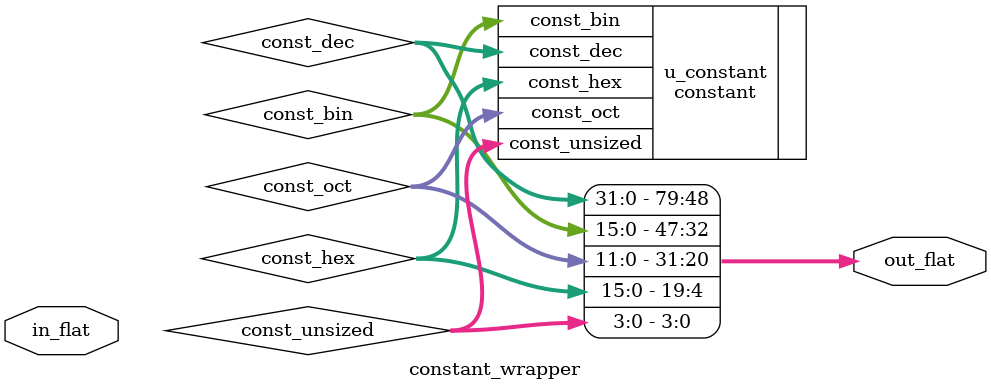
<source format=sv>
module constant_wrapper (
    input  wire [-1:0] in_flat,
    output wire [79:0] out_flat
);

  // Slice `in_flat` into original inputs

  // Wires to capture original module outputs
  wire [31:0] const_dec;
  wire [15:0] const_bin;
  wire [11:0] const_oct;
  wire [15:0] const_hex;
  wire [3:0] const_unsized;

  // Instantiate the original module
  constant u_constant (
    .const_dec(const_dec),
    .const_bin(const_bin),
    .const_oct(const_oct),
    .const_hex(const_hex),
    .const_unsized(const_unsized)
  );

  // Pack original outputs into `out_flat`
  assign out_flat[79:48] = const_dec;
  assign out_flat[47:32] = const_bin;
  assign out_flat[31:20] = const_oct;
  assign out_flat[19:4] = const_hex;
  assign out_flat[3:0] = const_unsized;

endmodule  // constant_wrapper
</source>
